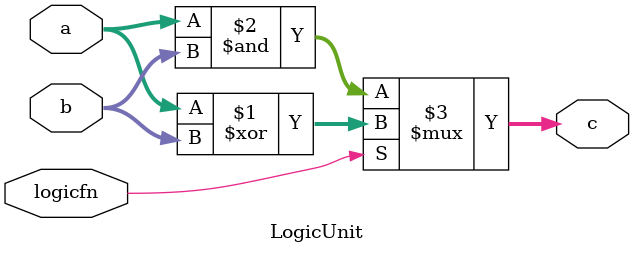
<source format=v>
`timescale 1ns / 1ps
module LogicUnit(
		input[31:0] a,
		input[31:0] b,
		input logicfn,
		output[31:0] c
    );
assign c = logicfn?a^b:a&b;  //if logicfn = 1 xor else and


endmodule

</source>
